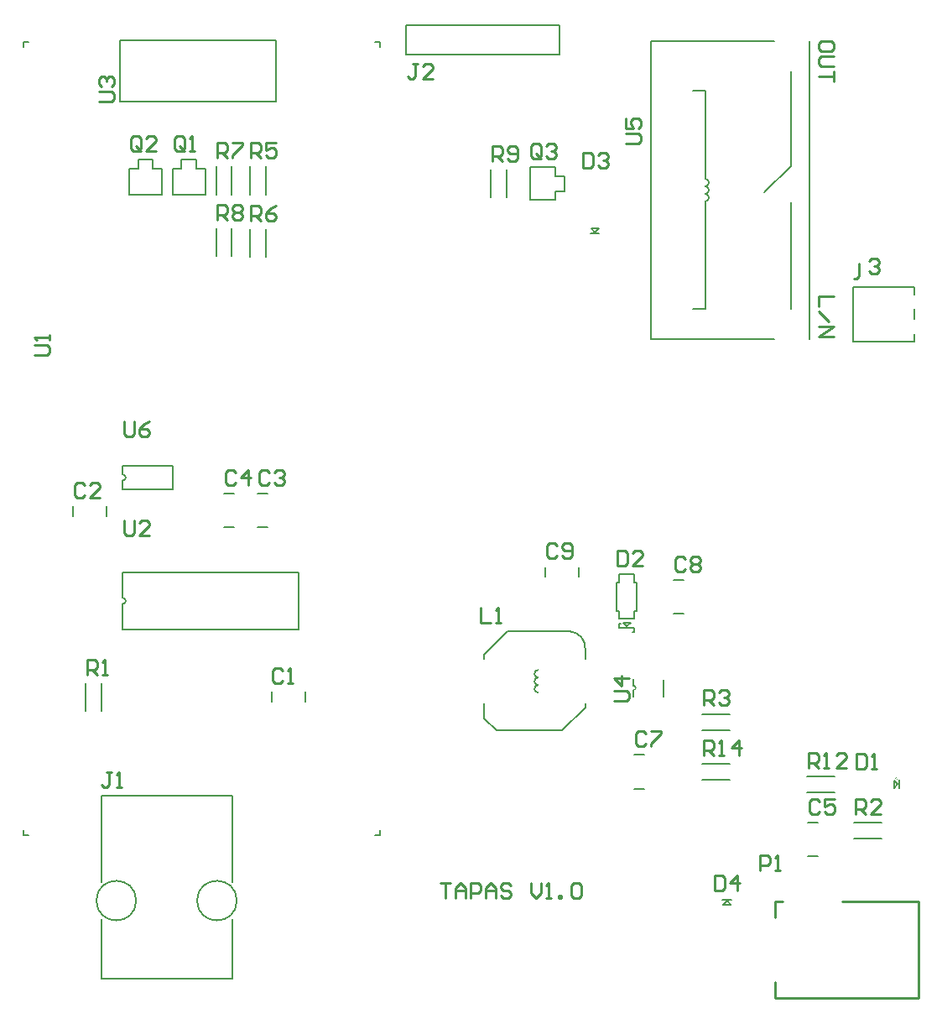
<source format=gto>
%FSLAX44Y44*%
%MOMM*%
G71*
G01*
G75*
%ADD10R,1.1000X1.0000*%
%ADD11R,1.2500X1.1000*%
%ADD12R,1.0000X1.1000*%
%ADD13R,0.6000X0.7000*%
%ADD14O,0.6000X2.0000*%
%ADD15R,0.6000X2.0000*%
%ADD16R,1.6800X1.5200*%
%ADD17R,0.7000X0.6000*%
%ADD18O,0.5100X1.2700*%
%ADD19R,0.5100X1.2700*%
%ADD20R,1.7800X3.5600*%
%ADD21R,1.1000X1.1000*%
%ADD22R,0.6000X1.1000*%
%ADD23O,0.6000X1.1000*%
%ADD24C,0.5000*%
%ADD25C,0.2540*%
%ADD26C,0.2000*%
%ADD27C,0.3000*%
%ADD28C,0.6000*%
%ADD29C,1.0000*%
%ADD30C,1.5000*%
%ADD31C,2.0000*%
%ADD32C,2.6000*%
%ADD33R,2.0000X2.0000*%
%ADD34C,2.0000*%
%ADD35C,1.1000*%
%ADD36C,1.5240*%
%ADD37R,2.0000X2.0000*%
%ADD38C,4.5000*%
%ADD39C,5.0000*%
%ADD40C,0.4000*%
%ADD41C,0.7000*%
%ADD42C,1.0000*%
%ADD43C,0.1000*%
D25*
X930613Y-19983D02*
Y78017D01*
X785613Y-19983D02*
X930613D01*
X785613D02*
Y-3483D01*
Y61517D02*
Y78017D01*
X793613D01*
X853113D02*
X930613D01*
X819612Y212534D02*
Y227769D01*
X827230D01*
X829769Y225230D01*
Y220152D01*
X827230Y217613D01*
X819612D01*
X824690D02*
X829769Y212534D01*
X834847D02*
X839926D01*
X837386D01*
Y227769D01*
X834847Y225230D01*
X857700Y212534D02*
X847543D01*
X857700Y222691D01*
Y225230D01*
X855161Y227769D01*
X850082D01*
X847543Y225230D01*
X867110Y165544D02*
Y180779D01*
X874728D01*
X877267Y178240D01*
Y173162D01*
X874728Y170623D01*
X867110D01*
X872188D02*
X877267Y165544D01*
X892502D02*
X882345D01*
X892502Y175701D01*
Y178240D01*
X889963Y180779D01*
X884884D01*
X882345Y178240D01*
X868126Y227007D02*
Y211772D01*
X875744D01*
X878283Y214312D01*
Y224468D01*
X875744Y227007D01*
X868126D01*
X883361Y211772D02*
X888439D01*
X885900D01*
Y227007D01*
X883361Y224468D01*
X830277Y178494D02*
X827738Y181033D01*
X822659D01*
X820120Y178494D01*
Y168337D01*
X822659Y165798D01*
X827738D01*
X830277Y168337D01*
X845512Y181033D02*
X835355D01*
Y173416D01*
X840434Y175955D01*
X842973D01*
X845512Y173416D01*
Y168337D01*
X842973Y165798D01*
X837894D01*
X835355Y168337D01*
X713918Y275512D02*
Y290747D01*
X721535D01*
X724075Y288208D01*
Y283129D01*
X721535Y280590D01*
X713918D01*
X718996D02*
X724075Y275512D01*
X729153Y288208D02*
X731692Y290747D01*
X736771D01*
X739310Y288208D01*
Y285668D01*
X736771Y283129D01*
X734231D01*
X736771D01*
X739310Y280590D01*
Y278051D01*
X736771Y275512D01*
X731692D01*
X729153Y278051D01*
X713918Y225220D02*
Y240455D01*
X721535D01*
X724075Y237916D01*
Y232837D01*
X721535Y230298D01*
X713918D01*
X718996D02*
X724075Y225220D01*
X729153D02*
X734231D01*
X731692D01*
Y240455D01*
X729153Y237916D01*
X749466Y225220D02*
Y240455D01*
X741849Y232837D01*
X752006D01*
X128524Y562097D02*
Y549401D01*
X131063Y546862D01*
X136142D01*
X138681Y549401D01*
Y562097D01*
X153916D02*
X148837Y559558D01*
X143759Y554479D01*
Y549401D01*
X146298Y546862D01*
X151377D01*
X153916Y549401D01*
Y551940D01*
X151377Y554479D01*
X143759D01*
X634765Y842500D02*
X647461D01*
X650000Y845039D01*
Y850117D01*
X647461Y852657D01*
X634765D01*
Y867892D02*
Y857735D01*
X642383D01*
X639843Y862813D01*
Y865353D01*
X642383Y867892D01*
X647461D01*
X650000Y865353D01*
Y860274D01*
X647461Y857735D01*
X623416Y280240D02*
X636112D01*
X638651Y282779D01*
Y287857D01*
X636112Y290397D01*
X623416D01*
X638651Y303092D02*
X623416D01*
X631034Y295475D01*
Y305632D01*
X102875Y884670D02*
X115571D01*
X118110Y887209D01*
Y892288D01*
X115571Y894827D01*
X102875D01*
X105414Y899905D02*
X102875Y902444D01*
Y907523D01*
X105414Y910062D01*
X107953D01*
X110492Y907523D01*
Y904983D01*
Y907523D01*
X113032Y910062D01*
X115571D01*
X118110Y907523D01*
Y902444D01*
X115571Y899905D01*
X128524Y461767D02*
Y449071D01*
X131063Y446532D01*
X136142D01*
X138681Y449071D01*
Y461767D01*
X153916Y446532D02*
X143759D01*
X153916Y456689D01*
Y459228D01*
X151377Y461767D01*
X146298D01*
X143759Y459228D01*
X38105Y628650D02*
X50801D01*
X53340Y631189D01*
Y636268D01*
X50801Y638807D01*
X38105D01*
X53340Y643885D02*
Y648963D01*
Y646424D01*
X38105D01*
X40644Y643885D01*
X500562Y824654D02*
Y839889D01*
X508179D01*
X510718Y837350D01*
Y832271D01*
X508179Y829732D01*
X500562D01*
X505640D02*
X510718Y824654D01*
X515797Y827193D02*
X518336Y824654D01*
X523414D01*
X525953Y827193D01*
Y837350D01*
X523414Y839889D01*
X518336D01*
X515797Y837350D01*
Y834810D01*
X518336Y832271D01*
X525953D01*
X223032Y765300D02*
Y780535D01*
X230649D01*
X233189Y777996D01*
Y772918D01*
X230649Y770378D01*
X223032D01*
X228110D02*
X233189Y765300D01*
X238267Y777996D02*
X240806Y780535D01*
X245884D01*
X248424Y777996D01*
Y775457D01*
X245884Y772918D01*
X248424Y770378D01*
Y767839D01*
X245884Y765300D01*
X240806D01*
X238267Y767839D01*
Y770378D01*
X240806Y772918D01*
X238267Y775457D01*
Y777996D01*
X240806Y772918D02*
X245884D01*
X222999Y827582D02*
Y842817D01*
X230616D01*
X233155Y840278D01*
Y835200D01*
X230616Y832661D01*
X222999D01*
X228077D02*
X233155Y827582D01*
X238234Y842817D02*
X248390D01*
Y840278D01*
X238234Y830122D01*
Y827582D01*
X256911Y764812D02*
Y780047D01*
X264528D01*
X267067Y777508D01*
Y772430D01*
X264528Y769890D01*
X256911D01*
X261989D02*
X267067Y764812D01*
X282302Y780047D02*
X277224Y777508D01*
X272146Y772430D01*
Y767351D01*
X274685Y764812D01*
X279763D01*
X282302Y767351D01*
Y769890D01*
X279763Y772430D01*
X272146D01*
X256911Y827582D02*
Y842817D01*
X264528D01*
X267067Y840278D01*
Y835200D01*
X264528Y832661D01*
X256911D01*
X261989D02*
X267067Y827582D01*
X282302Y842817D02*
X272146D01*
Y835200D01*
X277224Y837739D01*
X279763D01*
X282302Y835200D01*
Y830122D01*
X279763Y827582D01*
X274685D01*
X272146Y830122D01*
X91440Y306324D02*
Y321559D01*
X99058D01*
X101597Y319020D01*
Y313941D01*
X99058Y311402D01*
X91440D01*
X96518D02*
X101597Y306324D01*
X106675D02*
X111753D01*
X109214D01*
Y321559D01*
X106675Y319020D01*
X549800Y829299D02*
Y839456D01*
X547261Y841995D01*
X542183D01*
X539644Y839456D01*
Y829299D01*
X542183Y826760D01*
X547261D01*
X544722Y831838D02*
X549800Y826760D01*
X547261D02*
X549800Y829299D01*
X554879Y839456D02*
X557418Y841995D01*
X562496D01*
X565036Y839456D01*
Y836916D01*
X562496Y834377D01*
X559957D01*
X562496D01*
X565036Y831838D01*
Y829299D01*
X562496Y826760D01*
X557418D01*
X554879Y829299D01*
X145519Y837074D02*
Y847230D01*
X142980Y849769D01*
X137902D01*
X135363Y847230D01*
Y837074D01*
X137902Y834534D01*
X142980D01*
X140441Y839613D02*
X145519Y834534D01*
X142980D02*
X145519Y837074D01*
X160754Y834534D02*
X150598D01*
X160754Y844691D01*
Y847230D01*
X158215Y849769D01*
X153137D01*
X150598Y847230D01*
X189201Y837234D02*
Y847390D01*
X186662Y849929D01*
X181584D01*
X179044Y847390D01*
Y837234D01*
X181584Y834694D01*
X186662D01*
X184123Y839773D02*
X189201Y834694D01*
X186662D02*
X189201Y837234D01*
X194280Y834694D02*
X199358D01*
X196819D01*
Y849929D01*
X194280Y847390D01*
X770085Y109027D02*
Y124262D01*
X777703D01*
X780242Y121723D01*
Y116645D01*
X777703Y114105D01*
X770085D01*
X785320Y109027D02*
X790399D01*
X787859D01*
Y124262D01*
X785320Y121723D01*
X488366Y374059D02*
Y358824D01*
X498523D01*
X503601D02*
X508679D01*
X506140D01*
Y374059D01*
X503601Y371520D01*
X865606Y706405D02*
X868145D01*
X870684Y708944D01*
Y721640D01*
X880841Y724180D02*
X883380Y726719D01*
X888459D01*
X890998Y724180D01*
Y721640D01*
X888459Y719101D01*
X885919D01*
X888459D01*
X890998Y716562D01*
Y714023D01*
X888459Y711484D01*
X883380D01*
X880841Y714023D01*
X425227Y922535D02*
X420148D01*
X422687D01*
Y909839D01*
X420148Y907300D01*
X417609D01*
X415070Y909839D01*
X440462Y907300D02*
X430305D01*
X440462Y917457D01*
Y919996D01*
X437923Y922535D01*
X432844D01*
X430305Y919996D01*
X115821Y208529D02*
X110742D01*
X113281D01*
Y195833D01*
X110742Y193294D01*
X108203D01*
X105664Y195833D01*
X120899Y193294D02*
X125977D01*
X123438D01*
Y208529D01*
X120899Y205990D01*
X724992Y103741D02*
Y88506D01*
X732609D01*
X735149Y91045D01*
Y101202D01*
X732609Y103741D01*
X724992D01*
X747845Y88506D02*
Y103741D01*
X740227Y96124D01*
X750384D01*
X591714Y833105D02*
Y817870D01*
X599331D01*
X601870Y820409D01*
Y830566D01*
X599331Y833105D01*
X591714D01*
X606949Y830566D02*
X609488Y833105D01*
X614566D01*
X617105Y830566D01*
Y828026D01*
X614566Y825487D01*
X612027D01*
X614566D01*
X617105Y822948D01*
Y820409D01*
X614566Y817870D01*
X609488D01*
X606949Y820409D01*
X626796Y431717D02*
Y416482D01*
X634413D01*
X636953Y419021D01*
Y429178D01*
X634413Y431717D01*
X626796D01*
X652188Y416482D02*
X642031D01*
X652188Y426638D01*
Y429178D01*
X649649Y431717D01*
X644570D01*
X642031Y429178D01*
X565313Y436442D02*
X562774Y438981D01*
X557695D01*
X555156Y436442D01*
Y426285D01*
X557695Y423746D01*
X562774D01*
X565313Y426285D01*
X570391D02*
X572930Y423746D01*
X578009D01*
X580548Y426285D01*
Y436442D01*
X578009Y438981D01*
X572930D01*
X570391Y436442D01*
Y433903D01*
X572930Y431363D01*
X580548D01*
X694941Y423230D02*
X692402Y425769D01*
X687323D01*
X684784Y423230D01*
Y413073D01*
X687323Y410534D01*
X692402D01*
X694941Y413073D01*
X700019Y423230D02*
X702558Y425769D01*
X707637D01*
X710176Y423230D01*
Y420691D01*
X707637Y418152D01*
X710176Y415612D01*
Y413073D01*
X707637Y410534D01*
X702558D01*
X700019Y413073D01*
Y415612D01*
X702558Y418152D01*
X700019Y420691D01*
Y423230D01*
X702558Y418152D02*
X707637D01*
X654987Y246806D02*
X652448Y249345D01*
X647369D01*
X644830Y246806D01*
Y236649D01*
X647369Y234110D01*
X652448D01*
X654987Y236649D01*
X660065Y249345D02*
X670222D01*
Y246806D01*
X660065Y236649D01*
Y234110D01*
X240916Y510282D02*
X238377Y512821D01*
X233298D01*
X230759Y510282D01*
Y500125D01*
X233298Y497586D01*
X238377D01*
X240916Y500125D01*
X253612Y497586D02*
Y512821D01*
X245994Y505204D01*
X256151D01*
X275206Y510282D02*
X272666Y512821D01*
X267588D01*
X265049Y510282D01*
Y500125D01*
X267588Y497586D01*
X272666D01*
X275206Y500125D01*
X280284Y510282D02*
X282823Y512821D01*
X287902D01*
X290441Y510282D01*
Y507743D01*
X287902Y505204D01*
X285362D01*
X287902D01*
X290441Y502664D01*
Y500125D01*
X287902Y497586D01*
X282823D01*
X280284Y500125D01*
X88539Y497668D02*
X85999Y500207D01*
X80921D01*
X78382Y497668D01*
Y487511D01*
X80921Y484972D01*
X85999D01*
X88539Y487511D01*
X103774Y484972D02*
X93617D01*
X103774Y495129D01*
Y497668D01*
X101235Y500207D01*
X96156D01*
X93617Y497668D01*
X289049Y310892D02*
X286509Y313431D01*
X281431D01*
X278892Y310892D01*
Y300735D01*
X281431Y298196D01*
X286509D01*
X289049Y300735D01*
X294127Y298196D02*
X299205D01*
X296666D01*
Y313431D01*
X294127Y310892D01*
X845235Y937718D02*
Y942796D01*
X842696Y945335D01*
X832539D01*
X830000Y942796D01*
Y937718D01*
X832539Y935179D01*
X842696D01*
X845235Y937718D01*
Y930100D02*
X832539D01*
X830000Y927561D01*
Y922483D01*
X832539Y919943D01*
X845235D01*
Y914865D02*
Y904708D01*
Y909787D01*
X830000D01*
X845235Y687835D02*
X830000D01*
Y677679D01*
Y672600D02*
X840157Y662443D01*
X830000Y657365D02*
X845235D01*
X830000Y647208D01*
X845235D01*
X448000Y96235D02*
X458157D01*
X453078D01*
Y81000D01*
X463235D02*
Y91157D01*
X468313Y96235D01*
X473392Y91157D01*
Y81000D01*
Y88617D01*
X463235D01*
X478470Y81000D02*
Y96235D01*
X486088D01*
X488627Y93696D01*
Y88617D01*
X486088Y86078D01*
X478470D01*
X493705Y81000D02*
Y91157D01*
X498784Y96235D01*
X503862Y91157D01*
Y81000D01*
Y88617D01*
X493705D01*
X519097Y93696D02*
X516558Y96235D01*
X511479D01*
X508940Y93696D01*
Y91157D01*
X511479Y88617D01*
X516558D01*
X519097Y86078D01*
Y83539D01*
X516558Y81000D01*
X511479D01*
X508940Y83539D01*
X539410Y96235D02*
Y86078D01*
X544489Y81000D01*
X549567Y86078D01*
Y96235D01*
X554646Y81000D02*
X559724D01*
X557185D01*
Y96235D01*
X554646Y93696D01*
X567341Y81000D02*
Y83539D01*
X569881D01*
Y81000D01*
X567341D01*
X580037Y93696D02*
X582576Y96235D01*
X587655D01*
X590194Y93696D01*
Y83539D01*
X587655Y81000D01*
X582576D01*
X580037Y83539D01*
Y93696D01*
D26*
X715000Y783905D02*
G03*
X715000Y791525I0J3810D01*
G01*
D02*
G03*
X715000Y799145I0J3810D01*
G01*
D02*
G03*
X715000Y806765I0J3810D01*
G01*
X140700Y78640D02*
G03*
X140700Y78640I-20000J0D01*
G01*
X242300D02*
G03*
X242300Y78640I-20000J0D01*
G01*
X127000Y377825D02*
G03*
X127000Y384175I0J3175D01*
G01*
Y502285D02*
G03*
X127000Y508635I0J3175D01*
G01*
X546571Y296040D02*
G03*
X546571Y288420I0J-3810D01*
G01*
Y303660D02*
G03*
X546571Y296040I0J-3810D01*
G01*
Y311280D02*
G03*
X546571Y303660I0J-3810D01*
G01*
X594071Y331850D02*
G03*
X579071Y350100I-16625J1625D01*
G01*
X642571Y290725D02*
G03*
X642571Y295475I0J2375D01*
G01*
X660000Y645335D02*
Y945335D01*
X820000Y645335D02*
Y945335D01*
X702500Y675335D02*
X715000D01*
X802000Y820335D02*
Y915335D01*
Y819835D02*
Y820335D01*
X775000Y792835D02*
X802000Y819835D01*
Y675335D02*
Y782835D01*
X715000Y675335D02*
Y783905D01*
X702500Y895335D02*
X715000D01*
Y806765D02*
Y895335D01*
X660000Y945335D02*
X785000D01*
X660000Y645335D02*
X785000D01*
X864070Y642352D02*
Y697752D01*
X926070D01*
X864070Y642352D02*
X926070D01*
X926070D02*
Y650252D01*
X926070Y675252D02*
X926070Y665252D01*
Y690252D02*
Y697751D01*
X105500Y-360D02*
X237500D01*
X105500Y184640D02*
X237500D01*
Y97140D02*
Y184640D01*
Y-360D02*
Y59640D01*
X105500Y-360D02*
Y59640D01*
Y97140D02*
Y184640D01*
X818040Y188000D02*
X846040D01*
X818040Y204000D02*
X846040D01*
X865520Y141010D02*
X893520D01*
X865520Y157010D02*
X893520D01*
X910750Y191651D02*
Y200349D01*
X905670Y192190D02*
X909480Y196000D01*
X905670Y192190D02*
Y199810D01*
X909480Y196000D01*
X818540Y123130D02*
X828540Y123130D01*
X818540Y157130D02*
X828540Y157130D01*
X712321Y266850D02*
X740321D01*
X712321Y250850D02*
X740321D01*
X712321Y200600D02*
X740321D01*
X712321Y216600D02*
X740321D01*
X177615Y817032D02*
X186615D01*
X201615D02*
X210615D01*
X177615Y791032D02*
Y817032D01*
X210615Y791032D02*
Y817032D01*
X201615D02*
Y826032D01*
X186615Y817032D02*
Y826032D01*
X201615D01*
X177615Y791032D02*
X210615D01*
X514912Y788122D02*
Y816122D01*
X498912Y788122D02*
Y816122D01*
X413000Y931670D02*
X568000D01*
X413000D02*
Y961670D01*
X568000D01*
Y931670D02*
Y961670D01*
X26990Y144710D02*
X31990D01*
X26990D02*
Y149710D01*
X381990Y144710D02*
X386990D01*
Y149710D01*
Y939710D02*
Y944710D01*
X381990D02*
X386990D01*
X26990D02*
X31990D01*
X26990Y939710D02*
Y944710D01*
X281700Y884670D02*
Y946670D01*
X124700D02*
X281700D01*
X124700Y884670D02*
Y946670D01*
Y884670D02*
X281700D01*
X311250Y289480D02*
X311250Y279480D01*
X277250Y289480D02*
X277250Y279480D01*
X127000Y352350D02*
X304800D01*
Y409650D01*
X127000D02*
X304800D01*
X127000Y384175D02*
Y409650D01*
Y352350D02*
Y377825D01*
X603652Y752878D02*
X607462Y756688D01*
X599842D02*
X607462D01*
X599842D02*
X603652Y752878D01*
X599303Y751608D02*
X608001D01*
X564052Y809188D02*
Y818188D01*
Y785188D02*
Y794188D01*
X538052Y818188D02*
X564052D01*
X538052Y785188D02*
X564052D01*
Y794188D02*
X573052D01*
X564052Y809188D02*
X573052D01*
Y794188D02*
Y809188D01*
X538052Y785188D02*
Y818188D01*
X255379Y791048D02*
Y819048D01*
X271379Y791048D02*
Y819048D01*
X221382Y791048D02*
Y819048D01*
X237382Y791048D02*
Y819048D01*
X255379Y728070D02*
Y756070D01*
X271379Y728070D02*
Y756070D01*
X133849Y817032D02*
X142849D01*
X157849D02*
X166849D01*
X133849Y791032D02*
Y817032D01*
X166849Y791032D02*
Y817032D01*
X157849D02*
Y826032D01*
X142849Y817032D02*
Y826032D01*
X157849D01*
X133849Y791032D02*
X166849D01*
X221382Y728558D02*
Y756558D01*
X237382Y728558D02*
Y756558D01*
X110750Y476250D02*
X110750Y466250D01*
X76750Y476250D02*
X76750Y466250D01*
X229315Y455050D02*
X239315Y455050D01*
X229315Y489050D02*
X239315Y489050D01*
X263605Y489050D02*
X273605Y489050D01*
X263605Y455050D02*
X273605Y455050D01*
X105790Y269600D02*
Y297600D01*
X89790Y269600D02*
Y297600D01*
X127000Y493810D02*
X177800D01*
Y517110D01*
X127000D02*
X177800D01*
X127000Y508635D02*
Y517110D01*
Y493810D02*
Y502285D01*
X733190Y74750D02*
X737000Y78560D01*
X733190Y74750D02*
X740810D01*
X737000Y78560D02*
X740810Y74750D01*
X732651Y79830D02*
X741349D01*
X643321Y225600D02*
X653321Y225600D01*
X643321Y191600D02*
X653321Y191600D01*
X594071Y273600D02*
Y277350D01*
X492071Y322350D02*
Y326600D01*
X570571Y250100D02*
X594071Y273600D01*
Y322350D02*
Y331850D01*
X492071Y262600D02*
Y277350D01*
Y262600D02*
X504571Y250100D01*
X515571Y350100D02*
X579071D01*
X492071Y326600D02*
X515571Y350100D01*
X504571Y250100D02*
X570571D01*
X683321Y368000D02*
X693321Y368000D01*
X683321Y402000D02*
X693321Y402000D01*
X553571Y415000D02*
X553571Y405000D01*
X587571Y415000D02*
X587571Y405000D01*
X627821Y362850D02*
Y370850D01*
X625321D02*
X627821D01*
X625321Y370850D02*
X625321Y370850D01*
X625321Y370850D02*
Y399850D01*
X627821D01*
X627821Y399850D01*
Y407850D01*
X643821D01*
Y399850D02*
Y407850D01*
Y399850D02*
X646321D01*
X646321Y399850D01*
Y370850D02*
Y399850D01*
X643821Y370850D02*
X646321D01*
X643821Y370850D02*
X643821Y370850D01*
X643821Y362850D02*
Y370850D01*
X627821Y362850D02*
X643821D01*
X635821Y355040D02*
X639631Y358850D01*
X632011D02*
X639631D01*
X632011D02*
X635821Y355040D01*
X641821Y349850D02*
X643821D01*
X627821Y353770D02*
Y357850D01*
Y353770D02*
X643821D01*
Y349850D02*
Y353770D01*
X627821Y357850D02*
X629821D01*
X642571Y295600D02*
Y301850D01*
X673071Y284100D02*
Y301600D01*
X642571Y284350D02*
Y290600D01*
D43*
X906940Y202350D02*
X908210Y203620D01*
Y201080D02*
X909480Y202350D01*
M02*

</source>
